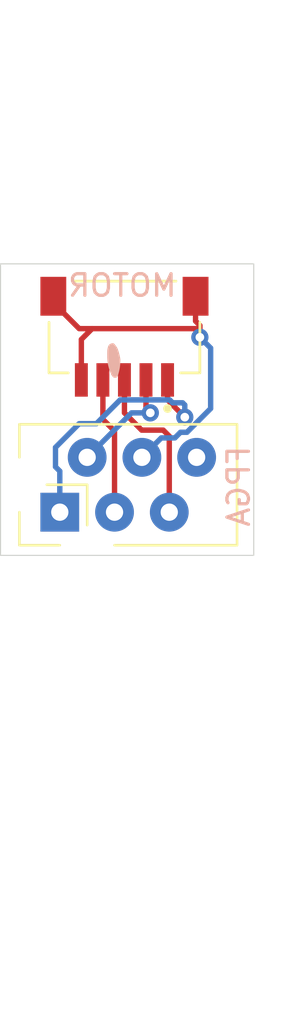
<source format=kicad_pcb>
(kicad_pcb (version 20171130) (host pcbnew 6.0.0-rc1-unknown-ef6f7e9~66~ubuntu16.04.1)

  (general
    (thickness 1.6)
    (drawings 6)
    (tracks 46)
    (zones 0)
    (modules 5)
    (nets 1)
  )

  (page A4)
  (layers
    (0 F.Cu signal)
    (31 B.Cu signal)
    (32 B.Adhes user)
    (33 F.Adhes user)
    (34 B.Paste user)
    (35 F.Paste user)
    (36 B.SilkS user)
    (37 F.SilkS user)
    (38 B.Mask user)
    (39 F.Mask user)
    (40 Dwgs.User user)
    (41 Cmts.User user)
    (42 Eco1.User user)
    (43 Eco2.User user)
    (44 Edge.Cuts user)
    (45 Margin user)
    (46 B.CrtYd user)
    (47 F.CrtYd user)
    (48 B.Fab user)
    (49 F.Fab user)
  )

  (setup
    (last_trace_width 0.25)
    (trace_clearance 0.2)
    (zone_clearance 0.508)
    (zone_45_only no)
    (trace_min 0.2)
    (via_size 0.8)
    (via_drill 0.4)
    (via_min_size 0.4)
    (via_min_drill 0.3)
    (uvia_size 0.3)
    (uvia_drill 0.1)
    (uvias_allowed no)
    (uvia_min_size 0.2)
    (uvia_min_drill 0.1)
    (edge_width 0.05)
    (segment_width 0.2)
    (pcb_text_width 0.3)
    (pcb_text_size 1.5 1.5)
    (mod_edge_width 0.12)
    (mod_text_size 1 1)
    (mod_text_width 0.15)
    (pad_size 1.524 1.524)
    (pad_drill 0.762)
    (pad_to_mask_clearance 0.051)
    (solder_mask_min_width 0.25)
    (aux_axis_origin 0 0)
    (visible_elements FFFBFF7F)
    (pcbplotparams
      (layerselection 0x010fc_ffffffff)
      (usegerberextensions false)
      (usegerberattributes false)
      (usegerberadvancedattributes false)
      (creategerberjobfile false)
      (excludeedgelayer true)
      (linewidth 0.150000)
      (plotframeref false)
      (viasonmask false)
      (mode 1)
      (useauxorigin false)
      (hpglpennumber 1)
      (hpglpenspeed 20)
      (hpglpendiameter 15.000000)
      (psnegative false)
      (psa4output false)
      (plotreference true)
      (plotvalue true)
      (plotinvisibletext false)
      (padsonsilk false)
      (subtractmaskfromsilk false)
      (outputformat 1)
      (mirror false)
      (drillshape 0)
      (scaleselection 1)
      (outputdirectory ""))
  )

  (net 0 "")

  (net_class Default "This is the default net class."
    (clearance 0.2)
    (trace_width 0.25)
    (via_dia 0.8)
    (via_drill 0.4)
    (uvia_dia 0.3)
    (uvia_drill 0.1)
  )

  (module "SM05B-SRSS-TB_LF__SN_:JST_SM05B-SRSS-TB(LF)(SN)" (layer F.Cu) (tedit 0) (tstamp 5C613B32)
    (at 124 73 180)
    (attr smd)
    (fp_text reference "JST_SM05B-SRSS-TB(LF)(SN)" (at -2.1744 -5.9064 180) (layer F.SilkS) hide
      (effects (font (size 0.64 0.64) (thickness 0.05)))
    )
    (fp_text value VAL** (at -2.168 1.5936 180) (layer F.SilkS) hide
      (effects (font (size 0.64 0.64) (thickness 0.05)))
    )
    (fp_circle (center -2 -5.2) (end -1.9 -5.2) (layer Eco2.User) (width 0.2))
    (fp_circle (center -2 -5.2) (end -1.9 -5.2) (layer F.SilkS) (width 0.2))
    (fp_line (start 4.15 1.15) (end -4.15 1.15) (layer Eco1.User) (width 0.05))
    (fp_line (start 4.15 -1.15) (end 4.15 1.15) (layer Eco1.User) (width 0.05))
    (fp_line (start 3.75 -1.15) (end 4.15 -1.15) (layer Eco1.User) (width 0.05))
    (fp_line (start 3.75 -4.9) (end 3.75 -1.15) (layer Eco1.User) (width 0.05))
    (fp_line (start -3.75 -4.9) (end 3.75 -4.9) (layer Eco1.User) (width 0.05))
    (fp_line (start -3.75 -1.15) (end -3.75 -4.9) (layer Eco1.User) (width 0.05))
    (fp_line (start -4.15 -1.15) (end -3.75 -1.15) (layer Eco1.User) (width 0.05))
    (fp_line (start -4.15 1.15) (end -4.15 -1.15) (layer Eco1.User) (width 0.05))
    (fp_line (start 3.5 -3.55) (end 3.5 -1.21) (layer F.SilkS) (width 0.127))
    (fp_line (start 2.61 -3.55) (end 3.5 -3.55) (layer F.SilkS) (width 0.127))
    (fp_line (start -2.39 0.7) (end 2.39 0.7) (layer F.SilkS) (width 0.127))
    (fp_line (start -3.5 -3.55) (end -3.5 -1.21) (layer F.SilkS) (width 0.127))
    (fp_line (start -2.61 -3.55) (end -3.5 -3.55) (layer F.SilkS) (width 0.127))
    (fp_line (start 3.5 0.7) (end -3.5 0.7) (layer Eco2.User) (width 0.127))
    (fp_line (start 3.5 -3.55) (end 3.5 0.7) (layer Eco2.User) (width 0.127))
    (fp_line (start -3.5 -3.55) (end 3.5 -3.55) (layer Eco2.User) (width 0.127))
    (fp_line (start -3.5 0.7) (end -3.5 -3.55) (layer Eco2.User) (width 0.127))
    (pad 5 smd rect (at 2 -3.875 270) (size 1.55 0.6) (layers F.Cu F.Paste F.Mask))
    (pad 4 smd rect (at 1 -3.875 270) (size 1.55 0.6) (layers F.Cu F.Paste F.Mask))
    (pad 3 smd rect (at 0 -3.875 270) (size 1.55 0.6) (layers F.Cu F.Paste F.Mask))
    (pad 2 smd rect (at -1 -3.875 270) (size 1.55 0.6) (layers F.Cu F.Paste F.Mask))
    (pad S2 smd rect (at 3.3 0 270) (size 1.8 1.2) (layers F.Cu F.Paste F.Mask))
    (pad S1 smd rect (at -3.3 0 270) (size 1.8 1.2) (layers F.Cu F.Paste F.Mask))
    (pad 1 smd rect (at -2 -3.875 270) (size 1.55 0.6) (layers F.Cu F.Paste F.Mask))
  )

  (module custom_lib:TE-Connectivity_Micro-Match_connector_02x03_Pitch_1.27mm (layer F.Cu) (tedit 59BA7DB1) (tstamp 5C613BDB)
    (at 121 83 90)
    (descr "TE-Connectivity Micro-Match connector, female, 02x02, board mount, 1.27mm pitch, 215079-6")
    (tags "connector, TE-Connectivity, female")
    (fp_text reference REF** (at -2.8205 2.5875 180) (layer F.SilkS) hide
      (effects (font (size 1 1) (thickness 0.15)))
    )
    (fp_text value TE-Connectivity_Micro-Match_connector_02x03_Pitch_1.27mm (at 0 9.8 90) (layer F.Fab)
      (effects (font (size 1 1) (thickness 0.15)))
    )
    (fp_text user %R (at -2.8205 2.5875 180) (layer F.Fab)
      (effects (font (size 1 1) (thickness 0.15)))
    )
    (fp_line (start -1.8 -2.475) (end 4.4 -2.475) (layer F.CrtYd) (width 0.05))
    (fp_line (start 4.4 8.725) (end 4.4 -2.475) (layer F.CrtYd) (width 0.05))
    (fp_line (start -1.53 -1.875) (end 0 -1.875) (layer F.SilkS) (width 0.12))
    (fp_line (start -1.53 0) (end -1.53 -1.875) (layer F.SilkS) (width 0.12))
    (fp_line (start 1.27 1.27) (end -0.6 1.27) (layer F.SilkS) (width 0.12))
    (fp_line (start 1.27 -0.6) (end 1.27 1.27) (layer F.SilkS) (width 0.12))
    (fp_line (start 2.54 -1.875) (end 4.07 -1.875) (layer F.SilkS) (width 0.12))
    (fp_line (start 4.07 -1.875) (end 4.07 8.225) (layer F.SilkS) (width 0.12))
    (fp_line (start -1.53 8.225) (end 4.07 8.225) (layer F.SilkS) (width 0.12))
    (fp_line (start -1.33 -1.675) (end 3.87 -1.675) (layer F.Fab) (width 0.1))
    (fp_line (start 3.87 -1.675) (end 3.87 8.025) (layer F.Fab) (width 0.1))
    (fp_line (start -1.33 8.025) (end 3.87 8.025) (layer F.Fab) (width 0.1))
    (fp_line (start -1.33 -1.675) (end -1.33 8.025) (layer F.Fab) (width 0.1))
    (fp_line (start -1.53 2.54) (end -1.53 8.225) (layer F.SilkS) (width 0.12))
    (fp_line (start -1.8 8.725) (end 4.4 8.725) (layer F.CrtYd) (width 0.05))
    (fp_line (start -1.8 8.725) (end -1.8 -2.475) (layer F.CrtYd) (width 0.05))
    (pad "" np_thru_hole circle (at 1.8 -1.4 90) (size 1.5001 1.5001) (drill 1.5001) (layers *.Cu *.Mask))
    (pad 4 thru_hole circle (at 2.54 3.81 90) (size 1.8 1.8) (drill 0.8001) (layers *.Cu *.Mask))
    (pad 3 thru_hole circle (at 0 2.54 90) (size 1.8 1.8) (drill 0.8001) (layers *.Cu *.Mask))
    (pad 2 thru_hole circle (at 2.54 1.27 90) (size 1.8 1.8) (drill 0.8001) (layers *.Cu *.Mask))
    (pad 1 thru_hole rect (at 0 0 90) (size 1.8 1.8) (drill 0.8001) (layers *.Cu *.Mask))
    (pad 5 thru_hole circle (at 0 5.08 90) (size 1.8 1.8) (drill 0.8001) (layers *.Cu *.Mask))
    (pad 6 thru_hole circle (at 2.54 6.35 90) (size 1.8 1.8) (drill 0.8001) (layers *.Cu *.Mask))
    (model ../../_3Dmodels/Connectors_TE-Connectivity.3dshapes/c-215079-4-t-3d.wrl
      (at (xyz 0 0 0))
      (scale (xyz 1 1 1))
      (rotate (xyz 0 0 0))
    )
  )

  (module custom_lib:R1_face_mask_5.5mm (layer B.Cu) (tedit 5A75A9C8) (tstamp 5C614341)
    (at 121.4 76)
    (fp_text reference G*** (at 0 0) (layer B.SilkS) hide
      (effects (font (size 1.524 1.524) (thickness 0.3)) (justify mirror))
    )
    (fp_text value LOGO (at 0.75 0) (layer B.SilkS) hide
      (effects (font (size 1.524 1.524) (thickness 0.3)) (justify mirror))
    )
    (fp_poly (pts (xy 0.111411 2.752342) (xy 0.160303 2.750966) (xy 0.201791 2.748773) (xy 0.204248 2.748596)
      (xy 0.37073 2.731383) (xy 0.534856 2.704381) (xy 0.696263 2.667764) (xy 0.854589 2.621703)
      (xy 1.00947 2.566372) (xy 1.160545 2.501944) (xy 1.307451 2.42859) (xy 1.449824 2.346485)
      (xy 1.587304 2.255801) (xy 1.719526 2.15671) (xy 1.846128 2.049386) (xy 1.966748 1.934001)
      (xy 2.011488 1.887494) (xy 2.122388 1.762198) (xy 2.224852 1.63132) (xy 2.318766 1.495106)
      (xy 2.404014 1.353803) (xy 2.480485 1.207656) (xy 2.548064 1.056909) (xy 2.606637 0.90181)
      (xy 2.65609 0.742604) (xy 2.69631 0.579535) (xy 2.727184 0.412851) (xy 2.741027 0.31242)
      (xy 2.743688 0.284386) (xy 2.746056 0.247842) (xy 2.748107 0.204435) (xy 2.749818 0.155812)
      (xy 2.751168 0.103621) (xy 2.752131 0.049507) (xy 2.752687 -0.004881) (xy 2.75281 -0.057898)
      (xy 2.752479 -0.107897) (xy 2.751671 -0.153229) (xy 2.750362 -0.19225) (xy 2.748529 -0.223311)
      (xy 2.748521 -0.223409) (xy 2.730425 -0.387738) (xy 2.702523 -0.549947) (xy 2.665024 -0.709636)
      (xy 2.618137 -0.866405) (xy 2.562068 -1.019853) (xy 2.497026 -1.16958) (xy 2.42322 -1.315186)
      (xy 2.340858 -1.456271) (xy 2.250147 -1.592433) (xy 2.151295 -1.723273) (xy 2.044512 -1.848391)
      (xy 1.930005 -1.967385) (xy 1.807982 -2.079856) (xy 1.763827 -2.117365) (xy 1.632339 -2.220164)
      (xy 1.495556 -2.31437) (xy 1.35382 -2.399844) (xy 1.207475 -2.476444) (xy 1.056863 -2.54403)
      (xy 0.902328 -2.602462) (xy 0.744213 -2.651599) (xy 0.582861 -2.6913) (xy 0.418615 -2.721425)
      (xy 0.251818 -2.741834) (xy 0.23622 -2.74323) (xy 0.204605 -2.745421) (xy 0.165273 -2.747283)
      (xy 0.120337 -2.748791) (xy 0.071909 -2.749916) (xy 0.022102 -2.750634) (xy -0.026971 -2.750917)
      (xy -0.073198 -2.75074) (xy -0.114466 -2.750076) (xy -0.148662 -2.748899) (xy -0.161306 -2.748187)
      (xy -0.330938 -2.732042) (xy -0.497622 -2.706308) (xy -0.661092 -2.671099) (xy -0.821084 -2.626529)
      (xy -0.977333 -2.572712) (xy -1.129573 -2.509763) (xy -1.277539 -2.437796) (xy -1.420967 -2.356925)
      (xy -1.559592 -2.267265) (xy -1.693148 -2.168929) (xy -1.82137 -2.062031) (xy -1.882731 -2.006036)
      (xy -2.001121 -1.887867) (xy -2.111521 -1.763571) (xy -2.213759 -1.63351) (xy -2.307662 -1.498048)
      (xy -2.393057 -1.357546) (xy -2.469771 -1.212369) (xy -2.53763 -1.06288) (xy -2.596463 -0.909441)
      (xy -2.646096 -0.752416) (xy -2.686356 -0.592168) (xy -2.71707 -0.42906) (xy -2.738065 -0.263454)
      (xy -2.743516 -0.199168) (xy -2.745765 -0.158243) (xy -2.747194 -0.109784) (xy -2.747842 -0.055741)
      (xy -2.747746 0.001935) (xy -2.747155 0.04572) (xy -1.064134 0.04572) (xy -1.063913 -0.014867)
      (xy -1.0632 -0.067255) (xy -1.061846 -0.113398) (xy -1.059704 -0.155249) (xy -1.056624 -0.194763)
      (xy -1.052459 -0.233895) (xy -1.047061 -0.274598) (xy -1.040281 -0.318827) (xy -1.033317 -0.36068)
      (xy -1.008679 -0.485767) (xy -0.976828 -0.615784) (xy -0.938356 -0.749155) (xy -0.893854 -0.884306)
      (xy -0.843915 -1.01966) (xy -0.789131 -1.153644) (xy -0.730093 -1.284683) (xy -0.667395 -1.411201)
      (xy -0.601627 -1.531623) (xy -0.577862 -1.57226) (xy -0.55215 -1.61415) (xy -0.527608 -1.65107)
      (xy -0.502542 -1.685163) (xy -0.475261 -1.718577) (xy -0.444073 -1.753455) (xy -0.407286 -1.791944)
      (xy -0.393763 -1.805668) (xy -0.325461 -1.872063) (xy -0.259968 -1.930339) (xy -0.19582 -1.981594)
      (xy -0.131555 -2.026927) (xy -0.065708 -2.067436) (xy 0.003183 -2.10422) (xy 0.005625 -2.105432)
      (xy 0.072865 -2.136631) (xy 0.140523 -2.163591) (xy 0.209818 -2.186574) (xy 0.281972 -2.205841)
      (xy 0.358208 -2.221653) (xy 0.439746 -2.234271) (xy 0.527807 -2.243955) (xy 0.623614 -2.250968)
      (xy 0.704301 -2.254743) (xy 0.718468 -2.254065) (xy 0.739174 -2.251605) (xy 0.763042 -2.247805)
      (xy 0.776346 -2.245295) (xy 0.882126 -2.218969) (xy 0.986227 -2.182724) (xy 1.08874 -2.13652)
      (xy 1.189759 -2.080316) (xy 1.268715 -2.028715) (xy 1.304948 -2.002443) (xy 1.345856 -1.971048)
      (xy 1.390005 -1.935764) (xy 1.435964 -1.897826) (xy 1.482299 -1.858467) (xy 1.527577 -1.818921)
      (xy 1.570365 -1.780423) (xy 1.60923 -1.744207) (xy 1.64274 -1.711506) (xy 1.669357 -1.683669)
      (xy 1.719078 -1.626571) (xy 1.768026 -1.565833) (xy 1.815342 -1.502772) (xy 1.860168 -1.438702)
      (xy 1.901646 -1.374939) (xy 1.938916 -1.3128) (xy 1.97112 -1.2536) (xy 1.997399 -1.198654)
      (xy 2.015547 -1.15316) (xy 2.027166 -1.116683) (xy 2.033669 -1.08692) (xy 2.035291 -1.061946)
      (xy 2.032266 -1.039838) (xy 2.030229 -1.032655) (xy 2.021899 -0.999183) (xy 2.015174 -0.95585)
      (xy 2.010045 -0.902582) (xy 2.008557 -0.88048) (xy 2.006914 -0.857285) (xy 2.005091 -0.837827)
      (xy 2.003327 -0.824354) (xy 2.002048 -0.819279) (xy 1.995985 -0.815091) (xy 1.983461 -0.808816)
      (xy 1.971213 -0.803494) (xy 1.935191 -0.785805) (xy 1.90505 -0.764111) (xy 1.880055 -0.737333)
      (xy 1.859472 -0.704396) (xy 1.842567 -0.664221) (xy 1.828606 -0.615733) (xy 1.821731 -0.5842)
      (xy 1.813109 -0.529984) (xy 1.806872 -0.467299) (xy 1.803003 -0.397547) (xy 1.801488 -0.322131)
      (xy 1.80231 -0.242453) (xy 1.805454 -0.159917) (xy 1.810904 -0.075924) (xy 1.818644 0.008122)
      (xy 1.828658 0.090819) (xy 1.829391 0.096143) (xy 1.837683 0.147379) (xy 1.848851 0.201477)
      (xy 1.863299 0.260119) (xy 1.881436 0.324988) (xy 1.897507 0.378106) (xy 1.908001 0.413404)
      (xy 1.914749 0.439777) (xy 1.917856 0.457702) (xy 1.91763 0.467006) (xy 1.916992 0.474183)
      (xy 1.916273 0.490661) (xy 1.91549 0.515578) (xy 1.914662 0.548074) (xy 1.913807 0.587292)
      (xy 1.912943 0.632369) (xy 1.912087 0.682447) (xy 1.911258 0.736665) (xy 1.910474 0.794164)
      (xy 1.910024 0.83058) (xy 1.909099 0.905134) (xy 1.908178 0.970564) (xy 1.907209 1.027906)
      (xy 1.906143 1.078198) (xy 1.904928 1.122475) (xy 1.903514 1.161772) (xy 1.901851 1.197128)
      (xy 1.899886 1.229578) (xy 1.89757 1.260157) (xy 1.894853 1.289903) (xy 1.891682 1.319852)
      (xy 1.888009 1.351039) (xy 1.883781 1.384502) (xy 1.882415 1.395005) (xy 1.87345 1.457467)
      (xy 1.862637 1.522818) (xy 1.850663 1.587228) (xy 1.838216 1.646869) (xy 1.833201 1.66878)
      (xy 1.827194 1.69426) (xy 1.821859 1.716922) (xy 1.817719 1.734535) (xy 1.8153 1.744865)
      (xy 1.815099 1.745727) (xy 1.809514 1.755404) (xy 1.79677 1.76986) (xy 1.778059 1.788088)
      (xy 1.754573 1.80908) (xy 1.727505 1.83183) (xy 1.698047 1.855329) (xy 1.667391 1.87857)
      (xy 1.636729 1.900546) (xy 1.6129 1.916602) (xy 1.519663 1.971439) (xy 1.420366 2.018335)
      (xy 1.314885 2.057335) (xy 1.203099 2.088485) (xy 1.084885 2.111827) (xy 1.07442 2.113471)
      (xy 1.029797 2.119006) (xy 0.977546 2.123267) (xy 0.920123 2.126211) (xy 0.859984 2.127792)
      (xy 0.799587 2.127964) (xy 0.741389 2.126684) (xy 0.687846 2.123906) (xy 0.65532 2.121136)
      (xy 0.518305 2.103124) (xy 0.386889 2.077752) (xy 0.261374 2.045137) (xy 0.142065 2.005393)
      (xy 0.029262 1.958638) (xy -0.07673 1.904986) (xy -0.175609 1.844553) (xy -0.267072 1.777456)
      (xy -0.287693 1.760535) (xy -0.320882 1.731516) (xy -0.353274 1.700572) (xy -0.386365 1.66613)
      (xy -0.421651 1.626622) (xy -0.460628 1.580476) (xy -0.469483 1.56972) (xy -0.573094 1.437268)
      (xy -0.666621 1.304813) (xy -0.750142 1.172203) (xy -0.823732 1.039284) (xy -0.887467 0.905902)
      (xy -0.941423 0.771902) (xy -0.985676 0.637133) (xy -1.020303 0.501439) (xy -1.035661 0.42418)
      (xy -1.043138 0.381036) (xy -1.049213 0.342439) (xy -1.054025 0.306548) (xy -1.057713 0.271523)
      (xy -1.060415 0.235523) (xy -1.06227 0.196709) (xy -1.063415 0.153238) (xy -1.063991 0.103271)
      (xy -1.064134 0.04572) (xy -2.747155 0.04572) (xy -2.746944 0.061296) (xy -2.745474 0.120389)
      (xy -2.743376 0.177265) (xy -2.740686 0.229973) (xy -2.737444 0.276563) (xy -2.733686 0.315085)
      (xy -2.733418 0.31732) (xy -2.707944 0.486852) (xy -2.673272 0.652074) (xy -2.629371 0.813062)
      (xy -2.576208 0.969888) (xy -2.513751 1.122626) (xy -2.44197 1.27135) (xy -2.360831 1.416134)
      (xy -2.270303 1.557052) (xy -2.170354 1.694178) (xy -2.102843 1.778282) (xy -2.077746 1.807266)
      (xy -2.04654 1.841436) (xy -2.010746 1.879272) (xy -1.971884 1.919253) (xy -1.931477 1.959857)
      (xy -1.891045 1.999562) (xy -1.85211 2.036849) (xy -1.816192 2.070195) (xy -1.784814 2.09808)
      (xy -1.773202 2.107923) (xy -1.656874 2.200237) (xy -1.539865 2.283925) (xy -1.420014 2.360414)
      (xy -1.295164 2.43113) (xy -1.24206 2.45877) (xy -1.096799 2.527483) (xy -0.949547 2.586924)
      (xy -0.799455 2.63735) (xy -0.645676 2.679016) (xy -0.48736 2.712177) (xy -0.323658 2.737089)
      (xy -0.31224 2.738498) (xy -0.274326 2.742289) (xy -0.228213 2.745567) (xy -0.175852 2.748295)
      (xy -0.119194 2.750434) (xy -0.060188 2.751946) (xy -0.000785 2.752794) (xy 0.057065 2.752938)
      (xy 0.111411 2.752342)) (layer B.Mask) (width 0.01))
    (fp_poly (pts (xy -0.475534 -0.929926) (xy -0.460446 -0.941333) (xy -0.458211 -0.94361) (xy -0.442003 -0.964076)
      (xy -0.428697 -0.987188) (xy -0.418605 -1.011348) (xy -0.412039 -1.03496) (xy -0.409309 -1.056426)
      (xy -0.410726 -1.07415) (xy -0.416603 -1.086535) (xy -0.42725 -1.091983) (xy -0.42926 -1.092103)
      (xy -0.436681 -1.08969) (xy -0.448182 -1.083702) (xy -0.449903 -1.082671) (xy -0.466901 -1.067908)
      (xy -0.482633 -1.046401) (xy -0.496083 -1.020683) (xy -0.506236 -0.993289) (xy -0.512079 -0.966754)
      (xy -0.512595 -0.943613) (xy -0.509997 -0.932595) (xy -0.502578 -0.925074) (xy -0.490334 -0.924345)
      (xy -0.475534 -0.929926)) (layer B.Mask) (width 0.01))
    (fp_poly (pts (xy 0.963667 -0.651102) (xy 0.976744 -0.654493) (xy 0.988048 -0.661622) (xy 0.990392 -0.663545)
      (xy 1.009692 -0.685382) (xy 1.019619 -0.709859) (xy 1.019926 -0.735768) (xy 1.010441 -0.761765)
      (xy 0.996012 -0.780859) (xy 0.977537 -0.792325) (xy 0.953024 -0.79721) (xy 0.942228 -0.79756)
      (xy 0.924829 -0.796947) (xy 0.913155 -0.793934) (xy 0.902794 -0.786758) (xy 0.893903 -0.778259)
      (xy 0.877278 -0.755369) (xy 0.869936 -0.730434) (xy 0.871832 -0.705206) (xy 0.882919 -0.681436)
      (xy 0.896859 -0.665951) (xy 0.908713 -0.656754) (xy 0.92003 -0.652033) (xy 0.93513 -0.650369)
      (xy 0.944667 -0.65024) (xy 0.963667 -0.651102)) (layer B.Mask) (width 0.01))
  )

  (module custom_lib:R1_ear_silk_5.5mm (layer B.Cu) (tedit 5A75A981) (tstamp 5C614360)
    (at 121.4 76)
    (fp_text reference G*** (at 0 0) (layer B.SilkS) hide
      (effects (font (size 1.524 1.524) (thickness 0.3)) (justify mirror))
    )
    (fp_text value LOGO (at 0.75 0) (layer B.SilkS) hide
      (effects (font (size 1.524 1.524) (thickness 0.3)) (justify mirror))
    )
    (fp_poly (pts (xy 2.178201 0.770262) (xy 2.198348 0.768035) (xy 2.215863 0.764436) (xy 2.231188 0.758692)
      (xy 2.244766 0.750029) (xy 2.257039 0.737676) (xy 2.26845 0.72086) (xy 2.27944 0.698807)
      (xy 2.290453 0.670745) (xy 2.301931 0.635901) (xy 2.314316 0.593502) (xy 2.32805 0.542775)
      (xy 2.343577 0.482948) (xy 2.344299 0.480133) (xy 2.361506 0.407526) (xy 2.37554 0.335724)
      (xy 2.386689 0.262557) (xy 2.395238 0.18585) (xy 2.401474 0.103431) (xy 2.405609 0.01524)
      (xy 2.406717 -0.018405) (xy 2.407222 -0.044525) (xy 2.406933 -0.065749) (xy 2.405658 -0.084703)
      (xy 2.403208 -0.104014) (xy 2.399391 -0.126309) (xy 2.394016 -0.154217) (xy 2.392872 -0.16002)
      (xy 2.376391 -0.238711) (xy 2.358865 -0.313406) (xy 2.340546 -0.383339) (xy 2.321687 -0.447741)
      (xy 2.302541 -0.505845) (xy 2.283359 -0.556882) (xy 2.264394 -0.600085) (xy 2.2459 -0.634686)
      (xy 2.228657 -0.659293) (xy 2.217953 -0.672749) (xy 2.203677 -0.691717) (xy 2.187975 -0.713311)
      (xy 2.177487 -0.728152) (xy 2.151986 -0.762275) (xy 2.128222 -0.789201) (xy 2.106922 -0.808184)
      (xy 2.089823 -0.818106) (xy 2.077848 -0.820698) (xy 2.060149 -0.822358) (xy 2.045639 -0.822712)
      (xy 2.029049 -0.821866) (xy 2.013769 -0.819024) (xy 1.996746 -0.813303) (xy 1.974929 -0.803818)
      (xy 1.96596 -0.799618) (xy 1.943192 -0.787894) (xy 1.921706 -0.775181) (xy 1.904652 -0.763418)
      (xy 1.898199 -0.757955) (xy 1.875298 -0.72971) (xy 1.855228 -0.691883) (xy 1.837972 -0.64442)
      (xy 1.823507 -0.587269) (xy 1.814959 -0.54102) (xy 1.812442 -0.523764) (xy 1.810422 -0.505587)
      (xy 1.808848 -0.485174) (xy 1.807672 -0.461208) (xy 1.806843 -0.432375) (xy 1.806312 -0.397359)
      (xy 1.806029 -0.354844) (xy 1.805945 -0.303516) (xy 1.805945 -0.30226) (xy 1.806068 -0.245778)
      (xy 1.806514 -0.197431) (xy 1.807403 -0.155192) (xy 1.808857 -0.117037) (xy 1.810997 -0.080942)
      (xy 1.813942 -0.044882) (xy 1.817814 -0.006833) (xy 1.822734 0.035231) (xy 1.828823 0.083333)
      (xy 1.829068 0.085222) (xy 1.838126 0.142246) (xy 1.850976 0.204701) (xy 1.867031 0.270699)
      (xy 1.885706 0.338352) (xy 1.906413 0.405773) (xy 1.928565 0.471073) (xy 1.951577 0.532365)
      (xy 1.974862 0.587761) (xy 1.997832 0.635374) (xy 2.00303 0.645063) (xy 2.030897 0.689165)
      (xy 2.061983 0.726483) (xy 2.062588 0.727104) (xy 2.08538 0.748381) (xy 2.106068 0.762098)
      (xy 2.127763 0.769417) (xy 2.153575 0.771498) (xy 2.178201 0.770262)) (layer B.SilkS) (width 0.01))
  )

  (module custom_lib:R1_eyes_mask_5.5mm (layer B.Cu) (tedit 5AC8C270) (tstamp 5C614391)
    (at 121.4 76)
    (fp_text reference G*** (at 0 0) (layer B.SilkS) hide
      (effects (font (size 1.524 1.524) (thickness 0.3)) (justify mirror))
    )
    (fp_text value LOGO (at 0.75 0) (layer B.SilkS) hide
      (effects (font (size 1.524 1.524) (thickness 0.3)) (justify mirror))
    )
    (fp_poly (pts (xy 0.918423 -0.401777) (xy 0.956263 -0.405066) (xy 0.976759 -0.408897) (xy 1.02839 -0.425874)
      (xy 1.07306 -0.449654) (xy 1.110646 -0.479527) (xy 1.141024 -0.514781) (xy 1.164071 -0.554703)
      (xy 1.179661 -0.598583) (xy 1.187672 -0.645708) (xy 1.18798 -0.695366) (xy 1.180461 -0.746846)
      (xy 1.16499 -0.799436) (xy 1.141445 -0.852424) (xy 1.109701 -0.905099) (xy 1.071669 -0.954398)
      (xy 1.022024 -1.005506) (xy 0.967034 -1.050255) (xy 0.907863 -1.088142) (xy 0.845678 -1.118666)
      (xy 0.781645 -1.141325) (xy 0.716929 -1.155617) (xy 0.652695 -1.161041) (xy 0.598218 -1.158169)
      (xy 0.543393 -1.147107) (xy 0.494297 -1.128036) (xy 0.451371 -1.101148) (xy 0.432887 -1.085333)
      (xy 0.40114 -1.051436) (xy 0.378 -1.016962) (xy 0.362118 -0.97932) (xy 0.352141 -0.935916)
      (xy 0.350986 -0.928145) (xy 0.348426 -0.873755) (xy 0.355286 -0.818691) (xy 0.370934 -0.763752)
      (xy 0.384275 -0.733475) (xy 0.749164 -0.733475) (xy 0.751545 -0.755112) (xy 0.764506 -0.799304)
      (xy 0.785689 -0.838657) (xy 0.814198 -0.872122) (xy 0.849137 -0.898653) (xy 0.88961 -0.917204)
      (xy 0.890453 -0.917481) (xy 0.910411 -0.92146) (xy 0.937461 -0.923152) (xy 0.955684 -0.922976)
      (xy 0.979938 -0.921571) (xy 0.998324 -0.918634) (xy 1.015122 -0.913176) (xy 1.03269 -0.905155)
      (xy 1.069679 -0.881788) (xy 1.100282 -0.851948) (xy 1.123754 -0.817048) (xy 1.139349 -0.778504)
      (xy 1.146322 -0.737728) (xy 1.143925 -0.696134) (xy 1.14367 -0.694722) (xy 1.130966 -0.652824)
      (xy 1.109644 -0.614438) (xy 1.080985 -0.581215) (xy 1.04627 -0.554806) (xy 1.027445 -0.544858)
      (xy 0.997518 -0.53535) (xy 0.962396 -0.530786) (xy 0.92579 -0.531225) (xy 0.891413 -0.536724)
      (xy 0.873531 -0.542426) (xy 0.838383 -0.561486) (xy 0.807691 -0.587944) (xy 0.78244 -0.620087)
      (xy 0.763613 -0.656199) (xy 0.752193 -0.694567) (xy 0.749164 -0.733475) (xy 0.384275 -0.733475)
      (xy 0.394736 -0.709736) (xy 0.426061 -0.657441) (xy 0.464274 -0.607666) (xy 0.508745 -0.561207)
      (xy 0.55884 -0.518864) (xy 0.613926 -0.481434) (xy 0.67337 -0.449716) (xy 0.736541 -0.424507)
      (xy 0.754886 -0.418701) (xy 0.791263 -0.410238) (xy 0.832757 -0.404503) (xy 0.876199 -0.401636)
      (xy 0.918423 -0.401777)) (layer B.Mask) (width 0.01))
    (fp_poly (pts (xy -0.706335 -0.5924) (xy -0.688801 -0.594815) (xy -0.672121 -0.600076) (xy -0.653322 -0.608404)
      (xy -0.603456 -0.63681) (xy -0.553972 -0.674026) (xy -0.505814 -0.718713) (xy -0.459923 -0.769536)
      (xy -0.417243 -0.825158) (xy -0.378715 -0.884244) (xy -0.345283 -0.945456) (xy -0.317888 -1.007459)
      (xy -0.297474 -1.068917) (xy -0.284982 -1.128492) (xy -0.284619 -1.131129) (xy -0.281851 -1.174196)
      (xy -0.285544 -1.212257) (xy -0.295407 -1.244427) (xy -0.311147 -1.269822) (xy -0.332475 -1.287556)
      (xy -0.336813 -1.289832) (xy -0.364781 -1.298318) (xy -0.396591 -1.299581) (xy -0.428811 -1.293488)
      (xy -0.42926 -1.293346) (xy -0.472797 -1.275057) (xy -0.51773 -1.247842) (xy -0.563119 -1.212665)
      (xy -0.608024 -1.170487) (xy -0.651505 -1.122272) (xy -0.692622 -1.068982) (xy -0.730435 -1.011579)
      (xy -0.764004 -0.951026) (xy -0.76446 -0.950119) (xy -0.789819 -0.895845) (xy -0.798289 -0.873574)
      (xy -0.644716 -0.873574) (xy -0.644457 -0.901315) (xy -0.641879 -0.929311) (xy -0.637433 -0.952702)
      (xy -0.627593 -0.982865) (xy -0.613001 -1.017156) (xy -0.595465 -1.051944) (xy -0.576792 -1.083596)
      (xy -0.561618 -1.105022) (xy -0.530105 -1.140806) (xy -0.498848 -1.168895) (xy -0.468494 -1.189)
      (xy -0.439691 -1.200834) (xy -0.413087 -1.204109) (xy -0.38933 -1.198538) (xy -0.373867 -1.188466)
      (xy -0.359233 -1.171999) (xy -0.349981 -1.152003) (xy -0.345394 -1.126313) (xy -0.344598 -1.100316)
      (xy -0.348416 -1.061085) (xy -0.358413 -1.020767) (xy -0.373735 -0.980451) (xy -0.393534 -0.941228)
      (xy -0.416958 -0.904188) (xy -0.443156 -0.870421) (xy -0.471277 -0.841018) (xy -0.500471 -0.817069)
      (xy -0.529887 -0.799664) (xy -0.558674 -0.789894) (xy -0.585981 -0.788849) (xy -0.587479 -0.789075)
      (xy -0.609774 -0.79761) (xy -0.62813 -0.814429) (xy -0.638195 -0.831686) (xy -0.642635 -0.849295)
      (xy -0.644716 -0.873574) (xy -0.798289 -0.873574) (xy -0.808495 -0.846742) (xy -0.821044 -0.80085)
      (xy -0.82802 -0.756209) (xy -0.829976 -0.71882) (xy -0.829853 -0.693734) (xy -0.828644 -0.67578)
      (xy -0.825892 -0.66195) (xy -0.821139 -0.649235) (xy -0.818557 -0.643751) (xy -0.807788 -0.626421)
      (xy -0.794329 -0.610733) (xy -0.788529 -0.605651) (xy -0.778226 -0.598608) (xy -0.768127 -0.594452)
      (xy -0.755061 -0.592443) (xy -0.735855 -0.591838) (xy -0.729359 -0.59182) (xy -0.706335 -0.5924)) (layer B.Mask) (width 0.01))
    (fp_poly (pts (xy 0.624692 -2.03183) (xy 0.628884 -2.037238) (xy 0.629842 -2.045434) (xy 0.625424 -2.050854)
      (xy 0.613375 -2.05871) (xy 0.595655 -2.068093) (xy 0.574225 -2.07809) (xy 0.551046 -2.087791)
      (xy 0.528078 -2.096284) (xy 0.507282 -2.102659) (xy 0.505917 -2.103013) (xy 0.462856 -2.110486)
      (xy 0.414361 -2.11286) (xy 0.363785 -2.110138) (xy 0.3175 -2.102965) (xy 0.2902 -2.097186)
      (xy 0.271309 -2.092973) (xy 0.259286 -2.08984) (xy 0.252588 -2.087302) (xy 0.249673 -2.084876)
      (xy 0.248999 -2.082076) (xy 0.248997 -2.081433) (xy 0.250026 -2.073727) (xy 0.253898 -2.069084)
      (xy 0.26214 -2.067369) (xy 0.276276 -2.068449) (xy 0.297832 -2.07219) (xy 0.31496 -2.075657)
      (xy 0.373922 -2.085109) (xy 0.427388 -2.087441) (xy 0.477312 -2.082442) (xy 0.525646 -2.069901)
      (xy 0.574342 -2.049609) (xy 0.579221 -2.047188) (xy 0.601207 -2.036758) (xy 0.615915 -2.031654)
      (xy 0.624692 -2.03183)) (layer B.Mask) (width 0.06))
  )

  (gr_text FPGA (at 129.3 81.8 90) (layer B.SilkS)
    (effects (font (size 1 1) (thickness 0.15)) (justify mirror))
  )
  (gr_text MOTOR (at 123.9 72.5) (layer B.SilkS)
    (effects (font (size 1 1) (thickness 0.15)) (justify mirror))
  )
  (gr_line (start 118.25 85) (end 118.25 71.5) (layer Edge.Cuts) (width 0.05))
  (gr_line (start 130 85) (end 118.25 85) (layer Edge.Cuts) (width 0.05))
  (gr_line (start 130 71.5) (end 130 85) (layer Edge.Cuts) (width 0.05))
  (gr_line (start 118.25 71.5) (end 130 71.5) (layer Edge.Cuts) (width 0.05))

  (segment (start 122 76.875) (end 122 75) (width 0.25) (layer F.Cu) (net 0))
  (segment (start 122 75) (end 122.5 74.5) (width 0.25) (layer F.Cu) (net 0))
  (segment (start 127.5 74.35) (end 127.5 74.5) (width 0.25) (layer F.Cu) (net 0))
  (segment (start 127.3 73) (end 127.3 74.15) (width 0.25) (layer F.Cu) (net 0))
  (segment (start 127.3 74.15) (end 127.5 74.35) (width 0.25) (layer F.Cu) (net 0))
  (segment (start 122.5 74.5) (end 127.5 74.5) (width 0.25) (layer F.Cu) (net 0))
  (segment (start 121.9 74.5) (end 120.7 73.3) (width 0.25) (layer F.Cu) (net 0))
  (segment (start 120.7 73.3) (end 120.7 73) (width 0.25) (layer F.Cu) (net 0))
  (segment (start 122.5 74.5) (end 121.9 74.5) (width 0.25) (layer F.Cu) (net 0))
  (segment (start 125 76.875) (end 125 78.11) (width 0.25) (layer F.Cu) (net 0))
  (via (at 125.2 78.4) (size 0.8) (drill 0.4) (layers F.Cu B.Cu) (net 0))
  (segment (start 125 78.2) (end 125.2 78.4) (width 0.25) (layer F.Cu) (net 0))
  (segment (start 125 78.11) (end 125 78.2) (width 0.25) (layer F.Cu) (net 0))
  (segment (start 124.33 78.4) (end 122.27 80.46) (width 0.25) (layer B.Cu) (net 0))
  (segment (start 125.2 78.4) (end 124.33 78.4) (width 0.25) (layer B.Cu) (net 0))
  (via (at 126.8 78.6) (size 0.8) (drill 0.4) (layers F.Cu B.Cu) (net 0))
  (segment (start 126 77.8) (end 126.8 78.6) (width 0.25) (layer F.Cu) (net 0))
  (segment (start 126 76.875) (end 126 77.8) (width 0.25) (layer F.Cu) (net 0))
  (segment (start 126.8 78.034315) (end 126.7 77.934315) (width 0.25) (layer B.Cu) (net 0))
  (segment (start 126.8 78.6) (end 126.8 78.034315) (width 0.25) (layer B.Cu) (net 0))
  (segment (start 121 81.1) (end 121 83) (width 0.25) (layer B.Cu) (net 0))
  (segment (start 120.8 80.9) (end 121 81.1) (width 0.25) (layer B.Cu) (net 0))
  (segment (start 123 76.875) (end 123 78.7) (width 0.25) (layer F.Cu) (net 0))
  (segment (start 123.54 79.24) (end 123.54 83) (width 0.25) (layer F.Cu) (net 0))
  (segment (start 123 78.7) (end 123.54 79.24) (width 0.25) (layer F.Cu) (net 0))
  (segment (start 126.08 79.48) (end 126.08 83) (width 0.25) (layer F.Cu) (net 0))
  (segment (start 124 76.875) (end 124 78.4) (width 0.25) (layer F.Cu) (net 0))
  (segment (start 124 78.4) (end 124.8 79.2) (width 0.25) (layer F.Cu) (net 0))
  (segment (start 124.8 79.2) (end 125.8 79.2) (width 0.25) (layer F.Cu) (net 0))
  (segment (start 125.8 79.2) (end 126.08 79.48) (width 0.25) (layer F.Cu) (net 0))
  (segment (start 125.709999 79.560001) (end 126.339999 79.560001) (width 0.25) (layer B.Cu) (net 0))
  (segment (start 124.81 80.46) (end 125.709999 79.560001) (width 0.25) (layer B.Cu) (net 0))
  (segment (start 126.339999 79.560001) (end 126.6 79.3) (width 0.25) (layer B.Cu) (net 0))
  (segment (start 126.6 79.3) (end 126.9 79.3) (width 0.25) (layer B.Cu) (net 0))
  (segment (start 126.9 79.3) (end 128 78.2) (width 0.25) (layer B.Cu) (net 0))
  (segment (start 128 75.4) (end 127.5 74.9) (width 0.25) (layer B.Cu) (net 0))
  (via (at 127.5 74.9) (size 0.8) (drill 0.4) (layers F.Cu B.Cu) (net 0))
  (segment (start 128 78.2) (end 128 75.4) (width 0.25) (layer B.Cu) (net 0))
  (segment (start 127.5 74.9) (end 127.5 74.35) (width 0.25) (layer F.Cu) (net 0))
  (segment (start 126.7 77.934315) (end 126.234315 77.934315) (width 0.25) (layer B.Cu) (net 0))
  (segment (start 126.234315 77.934315) (end 126.1 77.8) (width 0.25) (layer B.Cu) (net 0))
  (segment (start 126.1 77.8) (end 123.8 77.8) (width 0.25) (layer B.Cu) (net 0))
  (segment (start 123.8 77.8) (end 122.7 78.9) (width 0.25) (layer B.Cu) (net 0))
  (segment (start 120.8 80.9) (end 120.8 80) (width 0.25) (layer B.Cu) (net 0))
  (segment (start 121.9 78.9) (end 122.7 78.9) (width 0.25) (layer B.Cu) (net 0))
  (segment (start 120.8 80) (end 121.9 78.9) (width 0.25) (layer B.Cu) (net 0))

)

</source>
